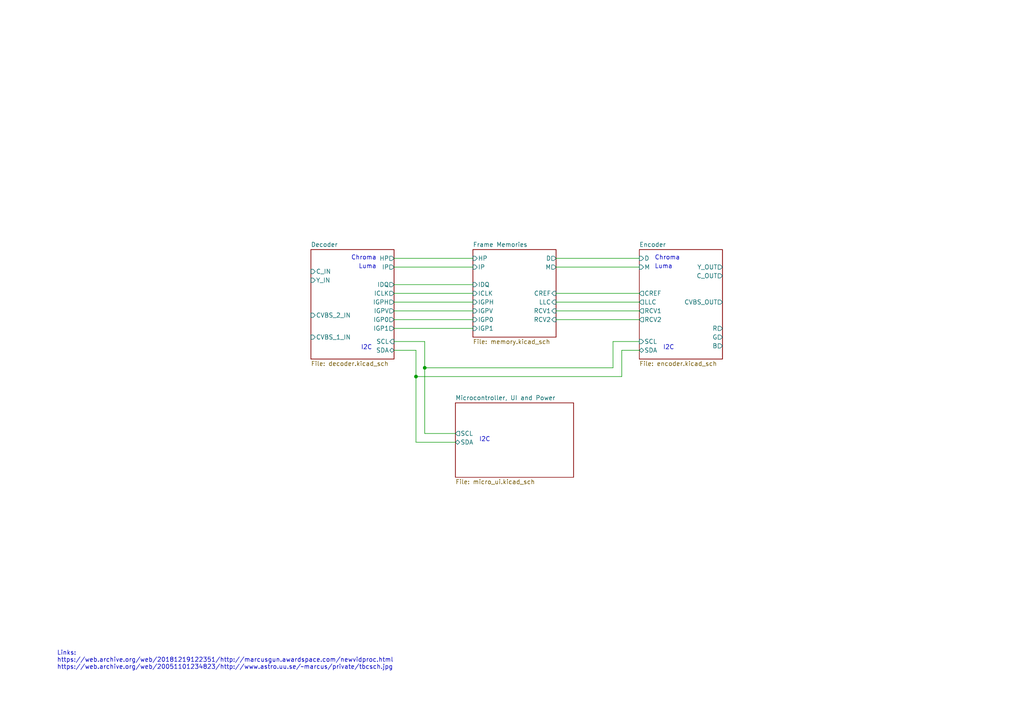
<source format=kicad_sch>
(kicad_sch (version 20230121) (generator eeschema)
  (paper "A4")
  (title_block (title "Time Base Corrector and Video Scaler") (date "2024-01-15") (rev "1") (company "Wavelet Engineering Pty Ltd (ACN 159 717 665)") (comment 1 "https://github.com/philmcm/tbc") (comment 2 "Enhancements by Phil McMillan © 2024") (comment 3 "(refer links on left)") (comment 4 "Original TBC circuit design © 2001 Marcus Gunnarsson"))
  (lib_symbols)
  (junction (at 123.19 106.68))
  (junction (at 120.65 109.22))
  (wire (pts (xy 161.29 92.71) (xy 185.42 92.71)))
  (wire (pts (xy 120.65 109.22) (xy 180.34 109.22)))
  (wire (pts (xy 114.3 92.71) (xy 137.16 92.71)))
  (wire (pts (xy 177.8 99.06) (xy 177.8 106.68)))
  (wire (pts (xy 120.65 128.27) (xy 132.08 128.27)))
  (wire (pts (xy 177.8 106.68) (xy 123.19 106.68)))
  (wire (pts (xy 114.3 82.55) (xy 137.16 82.55)))
  (wire (pts (xy 114.3 74.93) (xy 137.16 74.93)))
  (wire (pts (xy 161.29 74.93) (xy 185.42 74.93)))
  (wire (pts (xy 114.3 77.47) (xy 137.16 77.47)))
  (wire (pts (xy 120.65 101.6) (xy 120.65 109.22)))
  (wire (pts (xy 161.29 90.17) (xy 185.42 90.17)))
  (wire (pts (xy 114.3 87.63) (xy 137.16 87.63)))
  (wire (pts (xy 123.19 99.06) (xy 123.19 106.68)))
  (wire (pts (xy 114.3 95.25) (xy 137.16 95.25)))
  (wire (pts (xy 114.3 99.06) (xy 123.19 99.06)))
  (wire (pts (xy 185.42 99.06) (xy 177.8 99.06)))
  (wire (pts (xy 123.19 125.73) (xy 132.08 125.73)))
  (wire (pts (xy 114.3 90.17) (xy 137.16 90.17)))
  (wire (pts (xy 185.42 101.6) (xy 180.34 101.6)))
  (wire (pts (xy 161.29 85.09) (xy 185.42 85.09)))
  (wire (pts (xy 120.65 109.22) (xy 120.65 128.27)))
  (wire (pts (xy 114.3 85.09) (xy 137.16 85.09)))
  (wire (pts (xy 114.3 101.6) (xy 120.65 101.6)))
  (wire (pts (xy 123.19 106.68) (xy 123.19 125.73)))
  (wire (pts (xy 161.29 87.63) (xy 185.42 87.63)))
  (wire (pts (xy 161.29 77.47) (xy 185.42 77.47)))
  (wire (pts (xy 180.34 101.6) (xy 180.34 109.22)))
  (text "Chroma" (at 189.865 75.565 0) (effects (font (size 1.27 1.27)) (justify left bottom)))
  (text "I2C" (at 195.58 101.6 0) (effects (font (size 1.27 1.27)) (justify right bottom)))
  (text "I2C" (at 142.24 128.27 0) (effects (font (size 1.27 1.27)) (justify right bottom)))
  (text "Luma" (at 109.22 78.105 0) (effects (font (size 1.27 1.27)) (justify right bottom)))
  (text "I2C" (at 107.95 101.6 0) (effects (font (size 1.27 1.27)) (justify right bottom)))
  (text "Luma" (at 189.865 78.105 0) (effects (font (size 1.27 1.27)) (justify left bottom)))
  (text "Links:\nhttps://web.archive.org/web/20181219122351/http://marcusgun.awardspace.com/newvidproc.html\nhttps://web.archive.org/web/20051101234823/http://www.astro.uu.se/~marcus/private/tbcsch.jpg" (at 16.51 194.31 0) (effects (font (size 1.27 1.27)) (justify left bottom)))
  (text "Chroma" (at 109.22 75.565 0) (effects (font (size 1.27 1.27)) (justify right bottom)))
  (sheet (at 90.17 72.39) (size 24.13 31.75) (stroke (width 0.1524))
    (property "Sheetname" "Decoder" (at 90.17 71.6784 0) (effects (justify left bottom)))
    (property "Sheetfile" "decoder.kicad_sch" (at 90.17 104.7246 0) (effects (justify left top)))
    (pin "SCL" input (at 114.3 99.06 0))
    (pin "SDA" bidirectional (at 114.3 101.6 0))
    (pin "ICLK" output (at 114.3 85.09 0))
    (pin "IDQ" output (at 114.3 82.55 0))
    (pin "IGP0" output (at 114.3 92.71 0))
    (pin "IGP1" output (at 114.3 95.25 0))
    (pin "IGPV" output (at 114.3 90.17 0))
    (pin "IGPH" output (at 114.3 87.63 0))
    (pin "IP" output (at 114.3 77.47 0))
    (pin "HP" output (at 114.3 74.93 0))
    (pin "CVBS_1_IN" input (at 90.17 97.79 180))
    (pin "CVBS_2_IN" input (at 90.17 91.44 180))
    (pin "Y_IN" input (at 90.17 81.28 180))
    (pin "C_IN" input (at 90.17 78.74 180))
  )
  (sheet (at 132.08 116.84) (size 34.29 21.59) (stroke (width 0.1524))
    (property "Sheetname" "Microcontroller, UI and Power" (at 132.08 116.1284 0) (effects (justify left bottom)))
    (property "Sheetfile" "micro_ui.kicad_sch" (at 132.08 139.0146 0) (effects (justify left top)))
    (pin "SDA" bidirectional (at 132.08 128.27 180))
    (pin "SCL" output (at 132.08 125.73 180))
  )
  (sheet (at 137.16 72.39) (size 24.13 25.4) (stroke (width 0.1524))
    (property "Sheetname" "Frame Memories" (at 137.16 71.6784 0) (effects (justify left bottom)))
    (property "Sheetfile" "memory.kicad_sch" (at 137.16 98.3746 0) (effects (justify left top)))
    (pin "IGP1" input (at 137.16 95.25 180))
    (pin "ICLK" input (at 137.16 85.09 180))
    (pin "IGP0" input (at 137.16 92.71 180))
    (pin "IGPV" input (at 137.16 90.17 180))
    (pin "IDQ" input (at 137.16 82.55 180))
    (pin "IGPH" input (at 137.16 87.63 180))
    (pin "IP" input (at 137.16 77.47 180))
    (pin "HP" input (at 137.16 74.93 180))
    (pin "D" output (at 161.29 74.93 0))
    (pin "M" output (at 161.29 77.47 0))
    (pin "RCV1" input (at 161.29 90.17 0))
    (pin "CREF" input (at 161.29 85.09 0))
    (pin "RCV2" input (at 161.29 92.71 0))
    (pin "LLC" input (at 161.29 87.63 0))
  )
  (sheet (at 185.42 72.39) (size 24.13 31.75) (stroke (width 0.1524))
    (property "Sheetname" "Encoder" (at 185.42 71.6784 0) (effects (justify left bottom)))
    (property "Sheetfile" "encoder.kicad_sch" (at 185.42 104.7246 0) (effects (justify left top)))
    (pin "SDA" bidirectional (at 185.42 101.6 180))
    (pin "SCL" input (at 185.42 99.06 180))
    (pin "D" input (at 185.42 74.93 180))
    (pin "M" input (at 185.42 77.47 180))
    (pin "RCV2" output (at 185.42 92.71 180))
    (pin "RCV1" output (at 185.42 90.17 180))
    (pin "LLC" output (at 185.42 87.63 180))
    (pin "CREF" output (at 185.42 85.09 180))
    (pin "G" output (at 209.55 97.79 0))
    (pin "B" output (at 209.55 100.33 0))
    (pin "R" output (at 209.55 95.25 0))
    (pin "C_OUT" output (at 209.55 80.01 0))
    (pin "CVBS_OUT" output (at 209.55 87.63 0))
    (pin "Y_OUT" output (at 209.55 77.47 0))
  )
)
</source>
